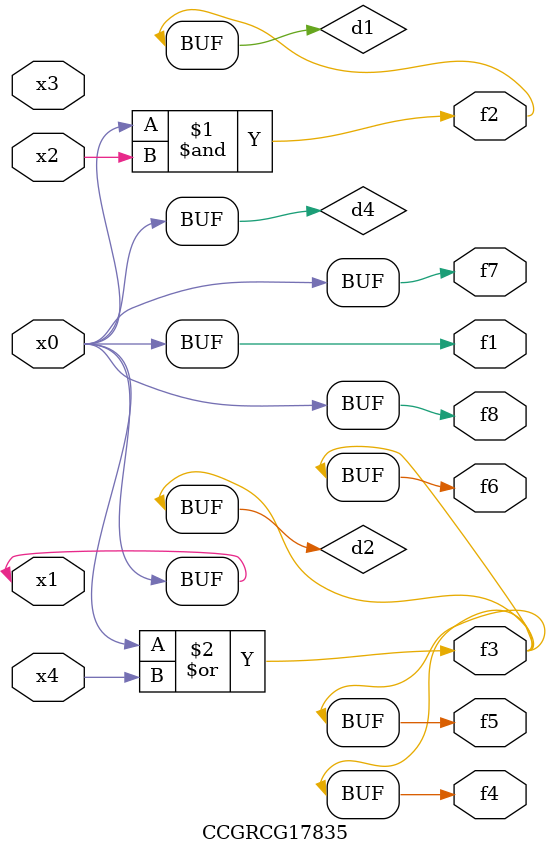
<source format=v>
module CCGRCG17835(
	input x0, x1, x2, x3, x4,
	output f1, f2, f3, f4, f5, f6, f7, f8
);

	wire d1, d2, d3, d4;

	and (d1, x0, x2);
	or (d2, x0, x4);
	nand (d3, x0, x2);
	buf (d4, x0, x1);
	assign f1 = d4;
	assign f2 = d1;
	assign f3 = d2;
	assign f4 = d2;
	assign f5 = d2;
	assign f6 = d2;
	assign f7 = d4;
	assign f8 = d4;
endmodule

</source>
